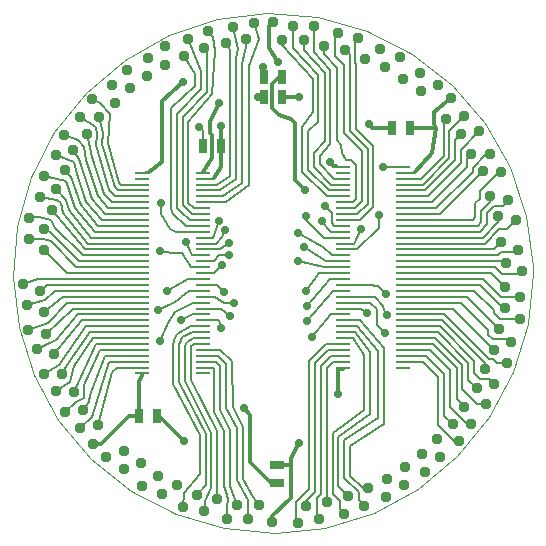
<source format=gtl>
G04 (created by PCBNEW-RS274X (2012-apr-16-27)-stable) date Mon 14 Apr 2014 09:24:50 PM EDT*
G01*
G70*
G90*
%MOIN*%
G04 Gerber Fmt 3.4, Leading zero omitted, Abs format*
%FSLAX34Y34*%
G04 APERTURE LIST*
%ADD10C,0.006000*%
%ADD11C,0.000400*%
%ADD12R,0.025000X0.045000*%
%ADD13C,0.037000*%
%ADD14R,0.045000X0.025000*%
%ADD15R,0.045300X0.009800*%
%ADD16C,0.028000*%
%ADD17C,0.008000*%
%ADD18C,0.011800*%
G04 APERTURE END LIST*
G54D10*
G54D11*
X48032Y-39370D02*
X47867Y-41052D01*
X47378Y-42670D01*
X46584Y-44163D01*
X45516Y-45473D01*
X44213Y-46551D01*
X42726Y-47355D01*
X41111Y-47855D01*
X39430Y-48031D01*
X37747Y-47878D01*
X36126Y-47401D01*
X34628Y-46618D01*
X33310Y-45558D01*
X32223Y-44263D01*
X31409Y-42782D01*
X30898Y-41170D01*
X30709Y-39490D01*
X30851Y-37807D01*
X31317Y-36182D01*
X32090Y-34678D01*
X33140Y-33353D01*
X34427Y-32258D01*
X35903Y-31433D01*
X37510Y-30911D01*
X39189Y-30710D01*
X40874Y-30840D01*
X42502Y-31295D01*
X44011Y-32057D01*
X45343Y-33098D01*
X46448Y-34377D01*
X47283Y-35847D01*
X47816Y-37451D01*
X48028Y-39129D01*
X48032Y-39370D01*
G54D12*
X39060Y-33484D03*
X39660Y-33484D03*
X39060Y-32825D03*
X39660Y-32825D03*
G54D13*
X33386Y-45059D03*
X39350Y-47677D03*
G54D12*
X43942Y-34528D03*
X43342Y-34528D03*
X37643Y-35118D03*
X37043Y-35118D03*
X35517Y-44134D03*
X34917Y-44134D03*
G54D14*
X39508Y-46363D03*
X39508Y-45763D03*
G54D15*
X37028Y-42716D03*
X37028Y-42520D03*
X37028Y-42323D03*
X37028Y-42126D03*
X37028Y-41929D03*
X37028Y-41732D03*
X37028Y-41535D03*
X37028Y-41339D03*
X37028Y-41142D03*
X37028Y-40945D03*
X37028Y-40748D03*
X37028Y-40551D03*
X37028Y-40354D03*
X37028Y-40157D03*
X37028Y-39961D03*
X37028Y-39764D03*
X37028Y-39567D03*
X37028Y-39370D03*
X37028Y-39173D03*
X37028Y-38976D03*
X37028Y-38779D03*
X37028Y-38583D03*
X37028Y-38386D03*
X37028Y-38189D03*
X37028Y-37992D03*
X37028Y-37795D03*
X37028Y-37598D03*
X37028Y-37401D03*
X37028Y-37205D03*
X37028Y-37008D03*
X37028Y-36811D03*
X37028Y-36614D03*
X37028Y-36417D03*
X37028Y-36220D03*
X37028Y-36024D03*
X35020Y-36024D03*
X35020Y-36220D03*
X35020Y-36417D03*
X35020Y-36614D03*
X35020Y-36811D03*
X35020Y-37008D03*
X35020Y-37205D03*
X35020Y-37401D03*
X35020Y-37598D03*
X35020Y-37795D03*
X35020Y-37992D03*
X35020Y-38189D03*
X35020Y-38386D03*
X35020Y-38583D03*
X35020Y-38779D03*
X35020Y-38976D03*
X35020Y-39173D03*
X35020Y-39370D03*
X35020Y-39567D03*
X35020Y-39764D03*
X35020Y-39961D03*
X35020Y-40157D03*
X35020Y-40354D03*
X35020Y-40551D03*
X35020Y-40748D03*
X35020Y-40945D03*
X35020Y-41142D03*
X35020Y-41339D03*
X35020Y-41535D03*
X35020Y-41732D03*
X35020Y-41929D03*
X35020Y-42126D03*
X35020Y-42323D03*
X35020Y-42520D03*
X35020Y-42716D03*
X43721Y-42519D03*
X43721Y-42323D03*
X43721Y-42126D03*
X43721Y-41929D03*
X43721Y-41732D03*
X43721Y-41535D03*
X43721Y-41338D03*
X43721Y-41142D03*
X43721Y-40945D03*
X43721Y-40748D03*
X43721Y-40551D03*
X43721Y-40354D03*
X43721Y-40157D03*
X43721Y-39960D03*
X43721Y-39764D03*
X43721Y-39567D03*
X43721Y-39370D03*
X43721Y-39173D03*
X43721Y-38976D03*
X43721Y-38779D03*
X43721Y-38582D03*
X43721Y-38386D03*
X43721Y-38189D03*
X43721Y-37992D03*
X43721Y-37795D03*
X43721Y-37598D03*
X43721Y-37401D03*
X43721Y-37204D03*
X43721Y-37008D03*
X43721Y-36811D03*
X43721Y-36614D03*
X43721Y-36417D03*
X43721Y-36220D03*
X43721Y-36023D03*
X43721Y-35827D03*
X41713Y-35827D03*
X41713Y-36023D03*
X41713Y-36220D03*
X41713Y-36417D03*
X41713Y-36614D03*
X41713Y-36811D03*
X41713Y-37008D03*
X41713Y-37204D03*
X41713Y-37401D03*
X41713Y-37598D03*
X41713Y-37795D03*
X41713Y-37992D03*
X41713Y-38189D03*
X41713Y-38386D03*
X41713Y-38582D03*
X41713Y-38779D03*
X41713Y-38976D03*
X41713Y-39173D03*
X41713Y-39370D03*
X41713Y-39567D03*
X41713Y-39764D03*
X41713Y-39960D03*
X41713Y-40157D03*
X41713Y-40354D03*
X41713Y-40551D03*
X41713Y-40748D03*
X41713Y-40945D03*
X41713Y-41142D03*
X41713Y-41338D03*
X41713Y-41535D03*
X41713Y-41732D03*
X41713Y-41929D03*
X41713Y-42126D03*
X41713Y-42323D03*
X41713Y-42519D03*
G54D13*
X33346Y-33583D03*
X32952Y-34172D03*
X33558Y-34151D03*
X33164Y-34740D03*
X37835Y-47579D03*
X38544Y-47579D03*
X38189Y-47087D03*
X38898Y-47087D03*
X37520Y-46890D03*
X36825Y-46751D03*
X37076Y-47303D03*
X36381Y-47164D03*
X36181Y-46417D03*
X35526Y-46146D03*
X35666Y-46736D03*
X35011Y-46465D03*
X34980Y-45689D03*
X34391Y-45295D03*
X34412Y-45901D03*
X33823Y-45507D03*
X32441Y-44016D03*
X32942Y-44517D03*
X33039Y-43918D03*
X33541Y-44420D03*
X31732Y-42717D03*
X32125Y-43307D03*
X32338Y-42739D03*
X32731Y-43328D03*
X31220Y-41260D03*
X31491Y-41915D03*
X31810Y-41399D03*
X32081Y-42054D03*
X31043Y-39724D03*
X31181Y-40419D03*
X31594Y-39976D03*
X31732Y-40671D03*
X31240Y-37539D03*
X31240Y-38248D03*
X31732Y-37893D03*
X31732Y-38602D03*
X31732Y-36122D03*
X31593Y-36817D03*
X32145Y-36566D03*
X32006Y-37261D03*
X32402Y-34764D03*
X32131Y-35419D03*
X32721Y-35279D03*
X32450Y-35934D03*
X34094Y-33701D03*
X34595Y-33200D03*
X33996Y-33103D03*
X34498Y-32601D03*
X35177Y-32815D03*
X35767Y-32422D03*
X35199Y-32209D03*
X35788Y-31816D03*
X36417Y-32146D03*
X37072Y-31875D03*
X36556Y-31556D03*
X37211Y-31285D03*
X38740Y-31024D03*
X38045Y-31162D03*
X38488Y-31575D03*
X37793Y-31713D03*
X41083Y-31791D03*
X41778Y-31930D03*
X41527Y-31378D03*
X42222Y-31517D03*
X40217Y-47697D03*
X40912Y-47559D03*
X40469Y-47146D03*
X41164Y-47008D03*
X42539Y-46535D03*
X41884Y-46806D03*
X42400Y-47125D03*
X41745Y-47396D03*
X43760Y-45827D03*
X43170Y-46220D03*
X43738Y-46433D03*
X43149Y-46826D03*
X44843Y-44902D03*
X44342Y-45403D03*
X44941Y-45500D03*
X44439Y-46002D03*
X45571Y-44980D03*
X45965Y-44391D03*
X45359Y-44412D03*
X45753Y-43823D03*
X46476Y-43720D03*
X46747Y-43065D03*
X46157Y-43205D03*
X46428Y-42550D03*
X47165Y-42362D03*
X47304Y-41667D03*
X46752Y-41918D03*
X46891Y-41223D03*
X47598Y-40886D03*
X47598Y-40177D03*
X47106Y-40532D03*
X47106Y-39823D03*
X47677Y-39291D03*
X47539Y-38596D03*
X47126Y-39039D03*
X46988Y-38344D03*
X47480Y-37598D03*
X47209Y-36943D03*
X46890Y-37459D03*
X46619Y-36804D03*
X46988Y-36004D03*
X46595Y-35414D03*
X46382Y-35982D03*
X45989Y-35393D03*
X46240Y-34646D03*
X45739Y-34145D03*
X45642Y-34744D03*
X45140Y-34242D03*
X43720Y-32913D03*
X44309Y-33307D03*
X44288Y-32701D03*
X44877Y-33095D03*
X40748Y-31122D03*
X40039Y-31122D03*
X40394Y-31614D03*
X39685Y-31614D03*
X39370Y-31004D03*
X45295Y-33543D03*
X42441Y-32224D03*
X43096Y-32495D03*
X42956Y-31905D03*
X43611Y-32176D03*
G54D16*
X41102Y-37146D03*
X41004Y-37618D03*
X40472Y-37461D03*
X42323Y-37913D03*
X42894Y-37441D03*
X40217Y-38031D03*
X40423Y-38514D03*
X40207Y-38957D03*
X40472Y-39961D03*
X40492Y-40472D03*
X43140Y-40069D03*
X40512Y-40965D03*
X43169Y-40768D03*
X43110Y-41378D03*
X42500Y-40689D03*
X40689Y-41516D03*
X36388Y-33002D03*
X39045Y-32500D03*
X38888Y-33514D03*
X37559Y-33691D03*
X35630Y-37028D03*
X37559Y-37618D03*
X37776Y-37933D03*
X37923Y-38366D03*
X36457Y-38346D03*
X37894Y-38770D03*
X35591Y-38622D03*
X37677Y-39104D03*
X35827Y-39961D03*
X37756Y-40000D03*
X35531Y-40610D03*
X38061Y-40374D03*
X35610Y-41634D03*
X37933Y-40787D03*
X36319Y-40945D03*
X37648Y-41191D03*
X40453Y-36614D03*
X41260Y-35659D03*
X40246Y-33484D03*
X43051Y-35827D03*
X36417Y-44961D03*
X38406Y-43878D03*
X42559Y-34409D03*
X36909Y-34488D03*
X41535Y-43386D03*
X40226Y-45030D03*
X39547Y-32343D03*
X37638Y-34459D03*
G54D17*
X45448Y-34938D02*
X45642Y-34744D01*
X45448Y-35595D02*
X45448Y-34938D01*
X44429Y-36614D02*
X45448Y-35595D01*
X43721Y-36614D02*
X44429Y-36614D01*
X43721Y-36811D02*
X44527Y-36811D01*
X45630Y-35256D02*
X46240Y-34646D01*
X45630Y-35708D02*
X45630Y-35256D01*
X44527Y-36811D02*
X45630Y-35708D01*
X43721Y-37008D02*
X44665Y-37008D01*
X45827Y-35555D02*
X45989Y-35393D01*
X45827Y-35846D02*
X45827Y-35555D01*
X44665Y-37008D02*
X45827Y-35846D01*
X43721Y-37204D02*
X44823Y-37204D01*
X46476Y-35414D02*
X46595Y-35414D01*
X46024Y-35866D02*
X46476Y-35414D01*
X46024Y-36003D02*
X46024Y-35866D01*
X44823Y-37204D02*
X46024Y-36003D01*
X43721Y-37401D02*
X44941Y-37401D01*
X46382Y-35960D02*
X46382Y-35982D01*
X44941Y-37401D02*
X46382Y-35960D01*
X43721Y-37598D02*
X46024Y-37598D01*
X46280Y-36890D02*
X46280Y-36634D01*
X46910Y-36004D02*
X46988Y-36004D01*
X46122Y-37500D02*
X46122Y-37048D01*
X46122Y-37048D02*
X46280Y-36890D01*
X46280Y-36634D02*
X46910Y-36004D01*
X46024Y-37598D02*
X46122Y-37500D01*
X46319Y-37284D02*
X46619Y-36984D01*
X46196Y-37795D02*
X46319Y-37672D01*
X46319Y-37672D02*
X46319Y-37284D01*
X46619Y-36984D02*
X46619Y-36804D01*
X43721Y-37795D02*
X46196Y-37795D01*
X46260Y-37992D02*
X46516Y-37736D01*
X43721Y-37992D02*
X46260Y-37992D01*
X46516Y-37362D02*
X46752Y-37126D01*
X46752Y-37126D02*
X47026Y-37126D01*
X46516Y-37736D02*
X46516Y-37362D01*
X47026Y-37126D02*
X47209Y-36943D01*
X46358Y-38189D02*
X46890Y-37657D01*
X46890Y-37657D02*
X46890Y-37459D01*
X43721Y-38189D02*
X46358Y-38189D01*
X46436Y-38386D02*
X46909Y-37913D01*
X46909Y-37913D02*
X47165Y-37913D01*
X47165Y-37913D02*
X47480Y-37598D01*
X43721Y-38386D02*
X46436Y-38386D01*
X43721Y-38582D02*
X46750Y-38582D01*
X46750Y-38582D02*
X46988Y-38344D01*
X46871Y-38779D02*
X46969Y-38681D01*
X46969Y-38681D02*
X47454Y-38681D01*
X47454Y-38681D02*
X47539Y-38596D01*
X43721Y-38779D02*
X46871Y-38779D01*
X43721Y-38976D02*
X47063Y-38976D01*
X47063Y-38976D02*
X47126Y-39039D01*
X43721Y-39173D02*
X46772Y-39173D01*
X46772Y-39173D02*
X47008Y-39409D01*
X47008Y-39409D02*
X47559Y-39409D01*
X47559Y-39409D02*
X47677Y-39291D01*
X43721Y-39370D02*
X46653Y-39370D01*
X46653Y-39370D02*
X47106Y-39823D01*
X43721Y-39567D02*
X46359Y-39567D01*
X46969Y-40177D02*
X47598Y-40177D01*
X46359Y-39567D02*
X46969Y-40177D01*
X47047Y-40532D02*
X47106Y-40532D01*
X43721Y-39764D02*
X46279Y-39764D01*
X46279Y-39764D02*
X47047Y-40532D01*
X43721Y-39960D02*
X46082Y-39960D01*
X46082Y-39960D02*
X46732Y-40610D01*
X46732Y-40610D02*
X46732Y-40689D01*
X46929Y-40886D02*
X47598Y-40886D01*
X46732Y-40689D02*
X46929Y-40886D01*
X45825Y-40157D02*
X46891Y-41223D01*
X43721Y-40157D02*
X45825Y-40157D01*
X45629Y-40354D02*
X46555Y-41280D01*
X47192Y-41555D02*
X47304Y-41667D01*
X46693Y-41555D02*
X47192Y-41555D01*
X46555Y-41280D02*
X46555Y-41417D01*
X46555Y-41417D02*
X46693Y-41555D01*
X43721Y-40354D02*
X45629Y-40354D01*
X43721Y-40551D02*
X45385Y-40551D01*
X45385Y-40551D02*
X46752Y-41918D01*
X46575Y-42244D02*
X46712Y-42244D01*
X45079Y-40748D02*
X46575Y-42244D01*
X46712Y-42244D02*
X46830Y-42362D01*
X46830Y-42362D02*
X47165Y-42362D01*
X43721Y-40748D02*
X45079Y-40748D01*
X46428Y-42373D02*
X46428Y-42550D01*
X43721Y-40945D02*
X45000Y-40945D01*
X45000Y-40945D02*
X46428Y-42373D01*
X44941Y-41142D02*
X46083Y-42284D01*
X43721Y-41142D02*
X44941Y-41142D01*
X46280Y-42894D02*
X46576Y-42894D01*
X46083Y-42697D02*
X46280Y-42894D01*
X46083Y-42284D02*
X46083Y-42697D01*
X46576Y-42894D02*
X46747Y-43065D01*
X45886Y-42362D02*
X45886Y-42934D01*
X45886Y-42934D02*
X46157Y-43205D01*
X43721Y-41338D02*
X44862Y-41338D01*
X44862Y-41338D02*
X45886Y-42362D01*
X45689Y-42441D02*
X45689Y-43248D01*
X45689Y-43248D02*
X46161Y-43720D01*
X46161Y-43720D02*
X46476Y-43720D01*
X44783Y-41535D02*
X45689Y-42441D01*
X43721Y-41535D02*
X44783Y-41535D01*
X43721Y-41732D02*
X44704Y-41732D01*
X45492Y-43562D02*
X45753Y-43823D01*
X44704Y-41732D02*
X45492Y-42520D01*
X45492Y-42520D02*
X45492Y-43562D01*
X44606Y-41929D02*
X45276Y-42599D01*
X45828Y-44391D02*
X45965Y-44391D01*
X43721Y-41929D02*
X44606Y-41929D01*
X45276Y-42599D02*
X45276Y-43839D01*
X45276Y-43839D02*
X45828Y-44391D01*
X44488Y-42126D02*
X45079Y-42717D01*
X43721Y-42126D02*
X44488Y-42126D01*
X45079Y-44132D02*
X45359Y-44412D01*
X45079Y-42717D02*
X45079Y-44132D01*
X44882Y-42835D02*
X44882Y-44449D01*
X43721Y-42323D02*
X44370Y-42323D01*
X45413Y-44980D02*
X45571Y-44980D01*
X44882Y-44449D02*
X45413Y-44980D01*
X44370Y-42323D02*
X44882Y-42835D01*
X41289Y-32605D02*
X40748Y-32008D01*
X40748Y-32008D02*
X40748Y-31122D01*
X41713Y-36220D02*
X41398Y-36220D01*
X40925Y-35748D02*
X40944Y-35450D01*
X40944Y-35450D02*
X41289Y-35054D01*
X41289Y-35054D02*
X41289Y-32605D01*
X41398Y-36220D02*
X40925Y-35748D01*
X41092Y-34961D02*
X41092Y-32693D01*
X41713Y-36417D02*
X41319Y-36417D01*
X40728Y-35365D02*
X41092Y-34961D01*
X40728Y-35846D02*
X40728Y-35365D01*
X41092Y-32693D02*
X40394Y-31929D01*
X41319Y-36417D02*
X40728Y-35846D01*
X40394Y-31929D02*
X40394Y-31614D01*
X40039Y-31850D02*
X40039Y-31122D01*
X40531Y-35926D02*
X40531Y-34646D01*
X41713Y-36614D02*
X41240Y-36614D01*
X40886Y-34326D02*
X40886Y-32770D01*
X41240Y-36614D02*
X40531Y-35926D01*
X40886Y-32770D02*
X40039Y-31850D01*
X40531Y-34646D02*
X40886Y-34326D01*
X40698Y-34010D02*
X40698Y-32892D01*
X41162Y-36811D02*
X40335Y-36004D01*
X41713Y-36811D02*
X41162Y-36811D01*
X40335Y-36004D02*
X40335Y-34488D01*
X40335Y-34488D02*
X40698Y-34010D01*
X39685Y-31772D02*
X39685Y-31614D01*
X40698Y-32892D02*
X39685Y-31772D01*
X41506Y-32529D02*
X41083Y-32067D01*
X41713Y-37008D02*
X42027Y-37008D01*
X41506Y-34931D02*
X41506Y-32529D01*
X41673Y-35354D02*
X41648Y-35103D01*
X41648Y-35103D02*
X41506Y-34931D01*
X42027Y-37008D02*
X42146Y-36889D01*
X41083Y-32067D02*
X41083Y-31791D01*
X42146Y-36889D02*
X42146Y-35768D01*
X41988Y-35610D02*
X41791Y-35610D01*
X42146Y-35768D02*
X41988Y-35610D01*
X41791Y-35610D02*
X41673Y-35354D01*
X42107Y-37204D02*
X42343Y-36968D01*
X41437Y-31468D02*
X41527Y-31378D01*
X41437Y-32146D02*
X41437Y-31468D01*
X41713Y-37204D02*
X42107Y-37204D01*
X42343Y-35315D02*
X41732Y-34704D01*
X41732Y-34704D02*
X41732Y-32441D01*
X42343Y-36968D02*
X42343Y-35315D01*
X41732Y-32441D02*
X41437Y-32146D01*
X42525Y-37062D02*
X42525Y-35237D01*
X42186Y-37401D02*
X42525Y-37062D01*
X41929Y-32081D02*
X41778Y-31930D01*
X41929Y-34641D02*
X41929Y-32081D01*
X41713Y-37401D02*
X42186Y-37401D01*
X42525Y-35237D02*
X41929Y-34641D01*
X42111Y-31628D02*
X42222Y-31517D01*
X42126Y-32382D02*
X42111Y-32367D01*
X42126Y-34567D02*
X42126Y-32382D01*
X42707Y-35148D02*
X42126Y-34567D01*
X42264Y-37598D02*
X42707Y-37155D01*
X42707Y-37155D02*
X42707Y-35148D01*
X41713Y-37598D02*
X42264Y-37598D01*
X42111Y-32367D02*
X42111Y-31628D01*
X41339Y-37383D02*
X41102Y-37146D01*
X41713Y-37795D02*
X41418Y-37795D01*
X41339Y-37716D02*
X41339Y-37383D01*
X41418Y-37795D02*
X41339Y-37716D01*
X41004Y-37677D02*
X41004Y-37618D01*
X41319Y-37992D02*
X41004Y-37677D01*
X41713Y-37992D02*
X41319Y-37992D01*
X40472Y-37598D02*
X40472Y-37461D01*
X41063Y-38189D02*
X41713Y-38189D01*
X41063Y-38189D02*
X40472Y-37598D01*
X42067Y-38386D02*
X42323Y-37913D01*
X41713Y-38386D02*
X42067Y-38386D01*
X42185Y-38582D02*
X42894Y-37873D01*
X42894Y-37873D02*
X42894Y-37441D01*
X41713Y-38582D02*
X42185Y-38582D01*
X41713Y-38779D02*
X41338Y-38779D01*
X41043Y-38484D02*
X40217Y-38031D01*
X41338Y-38779D02*
X41043Y-38484D01*
X41555Y-38976D02*
X41142Y-38976D01*
X41575Y-38976D02*
X41555Y-38976D01*
X41713Y-38976D02*
X41575Y-38976D01*
X41142Y-38976D02*
X40423Y-38514D01*
X41073Y-39173D02*
X40207Y-38957D01*
X41713Y-39173D02*
X41073Y-39173D01*
X40905Y-39370D02*
X40472Y-39961D01*
X41713Y-39370D02*
X40905Y-39370D01*
X41280Y-39567D02*
X40492Y-40472D01*
X41713Y-39567D02*
X41280Y-39567D01*
X42579Y-39764D02*
X42875Y-39795D01*
X41713Y-39764D02*
X42579Y-39764D01*
X42875Y-39795D02*
X43140Y-40069D01*
X41713Y-39960D02*
X41378Y-39961D01*
X41378Y-39961D02*
X40512Y-40965D01*
X43110Y-40708D02*
X43169Y-40768D01*
X42776Y-40157D02*
X43047Y-40473D01*
X43047Y-40473D02*
X43110Y-40708D01*
X41713Y-40157D02*
X42776Y-40157D01*
X42835Y-41103D02*
X43110Y-41378D01*
X41713Y-40354D02*
X42618Y-40354D01*
X42618Y-40354D02*
X42835Y-40571D01*
X42835Y-40571D02*
X42835Y-41103D01*
X42303Y-40551D02*
X42500Y-40689D01*
X41713Y-40551D02*
X42303Y-40551D01*
X41713Y-40748D02*
X41319Y-40748D01*
X41319Y-40748D02*
X40689Y-41516D01*
X41319Y-40748D02*
X41319Y-40748D01*
X41949Y-45138D02*
X41949Y-46122D01*
X43071Y-44415D02*
X41949Y-45138D01*
X42362Y-46535D02*
X42539Y-46535D01*
X42266Y-40945D02*
X43071Y-41858D01*
X41713Y-40945D02*
X42266Y-40945D01*
X41949Y-46122D02*
X42362Y-46535D01*
X43071Y-41858D02*
X43071Y-44415D01*
X42874Y-44213D02*
X41752Y-44942D01*
X42874Y-41953D02*
X42874Y-44213D01*
X42185Y-41142D02*
X42874Y-41953D01*
X41713Y-41142D02*
X42185Y-41142D01*
X42224Y-46949D02*
X42400Y-47125D01*
X42224Y-46673D02*
X42224Y-46949D01*
X41752Y-44942D02*
X41752Y-46201D01*
X41752Y-46201D02*
X42224Y-46673D01*
X42618Y-44055D02*
X41555Y-44823D01*
X42105Y-41338D02*
X42618Y-42014D01*
X42618Y-42014D02*
X42618Y-44055D01*
X41555Y-46477D02*
X41884Y-46806D01*
X41555Y-44823D02*
X41555Y-46477D01*
X41713Y-41338D02*
X42105Y-41338D01*
X41358Y-44705D02*
X41358Y-46732D01*
X42027Y-41535D02*
X42402Y-42106D01*
X41713Y-41535D02*
X42027Y-41535D01*
X41594Y-46968D02*
X41594Y-47245D01*
X42402Y-42736D02*
X42402Y-43937D01*
X41358Y-46732D02*
X41594Y-46968D01*
X41890Y-44331D02*
X41358Y-44705D01*
X41594Y-47245D02*
X41745Y-47396D01*
X42402Y-42106D02*
X42402Y-42736D01*
X42402Y-43937D02*
X41890Y-44331D01*
X40138Y-47618D02*
X40217Y-47697D01*
X40571Y-42303D02*
X40571Y-46575D01*
X40138Y-47008D02*
X40138Y-47618D01*
X41142Y-41732D02*
X40571Y-42303D01*
X40571Y-46575D02*
X40138Y-47008D01*
X41713Y-41732D02*
X41142Y-41732D01*
X40768Y-42382D02*
X40768Y-46653D01*
X40469Y-46952D02*
X40469Y-47146D01*
X41221Y-41929D02*
X40768Y-42382D01*
X40768Y-46653D02*
X40469Y-46952D01*
X41713Y-41929D02*
X41221Y-41929D01*
X41713Y-42126D02*
X41299Y-42126D01*
X40827Y-47474D02*
X40912Y-47559D01*
X40965Y-46732D02*
X40827Y-46870D01*
X41299Y-42126D02*
X40965Y-42460D01*
X40965Y-42460D02*
X40965Y-46732D01*
X40827Y-46870D02*
X40827Y-47474D01*
X41164Y-42536D02*
X41164Y-47008D01*
X41338Y-42362D02*
X41164Y-42536D01*
X41339Y-42362D02*
X41338Y-42362D01*
X41713Y-42323D02*
X41378Y-42323D01*
X41378Y-42323D02*
X41339Y-42362D01*
X45059Y-34323D02*
X45140Y-34242D01*
X45059Y-35452D02*
X45059Y-34323D01*
X43721Y-36220D02*
X44291Y-36220D01*
X44291Y-36220D02*
X45059Y-35452D01*
X45256Y-34628D02*
X45739Y-34145D01*
X44370Y-36417D02*
X45256Y-35531D01*
X45256Y-35531D02*
X45256Y-34628D01*
X43721Y-36417D02*
X44370Y-36417D01*
G54D18*
X35256Y-36004D02*
X35689Y-35650D01*
X39060Y-32825D02*
X39055Y-32628D01*
X35689Y-35650D02*
X35689Y-33622D01*
X35689Y-33622D02*
X36388Y-33002D01*
G54D17*
X35256Y-36004D02*
X35020Y-36024D01*
G54D18*
X39055Y-32628D02*
X39045Y-32500D01*
X37343Y-34764D02*
X37264Y-34685D01*
X37264Y-34685D02*
X37264Y-34331D01*
X37264Y-34331D02*
X37559Y-33691D01*
X39045Y-33524D02*
X38888Y-33514D01*
X37343Y-35531D02*
X37343Y-34764D01*
G54D17*
X37028Y-36024D02*
X37028Y-36004D01*
G54D18*
X37028Y-36004D02*
X37343Y-35531D01*
X39060Y-33484D02*
X39045Y-33524D01*
G54D17*
X35020Y-36417D02*
X34311Y-36417D01*
X33878Y-35039D02*
X33937Y-34075D01*
X33937Y-34075D02*
X33602Y-33701D01*
X33602Y-33701D02*
X33346Y-33583D01*
X34311Y-36417D02*
X34252Y-36358D01*
X34252Y-36358D02*
X33878Y-35039D01*
X32559Y-37283D02*
X32480Y-36949D01*
X33307Y-38187D02*
X32559Y-37283D01*
X34508Y-38189D02*
X33307Y-38187D01*
X32480Y-36949D02*
X32145Y-36566D01*
X35020Y-38189D02*
X34508Y-38189D01*
X32165Y-36949D02*
X31593Y-36817D01*
X32362Y-37362D02*
X32303Y-37047D01*
X32303Y-37047D02*
X32165Y-36949D01*
X35020Y-38386D02*
X33209Y-38386D01*
X33209Y-38386D02*
X32362Y-37362D01*
X35020Y-38583D02*
X33110Y-38583D01*
X33110Y-38583D02*
X32006Y-37261D01*
X33031Y-38780D02*
X32106Y-37874D01*
X32106Y-37874D02*
X31969Y-37598D01*
X35020Y-38779D02*
X33031Y-38780D01*
X31969Y-37598D02*
X31575Y-37500D01*
X31575Y-37500D02*
X31240Y-37539D01*
X35020Y-38976D02*
X32894Y-38976D01*
X32894Y-38976D02*
X31949Y-37992D01*
X31949Y-37992D02*
X31732Y-37893D01*
X31713Y-38248D02*
X31240Y-38248D01*
X32795Y-39173D02*
X31969Y-38287D01*
X31969Y-38287D02*
X31713Y-38248D01*
X35020Y-39173D02*
X32795Y-39173D01*
X35020Y-39370D02*
X32520Y-39370D01*
X32520Y-39370D02*
X31732Y-38602D01*
X35020Y-39567D02*
X31535Y-39567D01*
X31535Y-39567D02*
X31043Y-39724D01*
X31850Y-39764D02*
X31594Y-39976D01*
X35020Y-39764D02*
X31850Y-39764D01*
X35020Y-39961D02*
X32106Y-39961D01*
X32106Y-39961D02*
X31772Y-40276D01*
X31772Y-40276D02*
X31181Y-40419D01*
X35020Y-36614D02*
X34213Y-36614D01*
X33681Y-35059D02*
X33701Y-34685D01*
X34213Y-36614D02*
X34094Y-36496D01*
X33701Y-34685D02*
X33558Y-34151D01*
X34094Y-36496D02*
X33681Y-35059D01*
X35020Y-40157D02*
X32362Y-40157D01*
X32362Y-40157D02*
X31732Y-40671D01*
X35020Y-40354D02*
X32500Y-40354D01*
X31870Y-41024D02*
X31220Y-41260D01*
X32500Y-40354D02*
X31870Y-41024D01*
X35020Y-40551D02*
X32717Y-40551D01*
X32717Y-40551D02*
X31810Y-41399D01*
X32874Y-40748D02*
X32126Y-41614D01*
X32126Y-41614D02*
X31491Y-41915D01*
X35020Y-40748D02*
X32874Y-40748D01*
X33012Y-40945D02*
X32081Y-42054D01*
X35020Y-40945D02*
X33012Y-40945D01*
X35020Y-41142D02*
X33150Y-41142D01*
X32224Y-42421D02*
X31732Y-42717D01*
X33150Y-41142D02*
X32224Y-42421D01*
X32520Y-42421D02*
X32338Y-42739D01*
X35020Y-41339D02*
X33268Y-41339D01*
X33268Y-41339D02*
X32520Y-42421D01*
X33386Y-41535D02*
X32756Y-42461D01*
X35020Y-41535D02*
X33386Y-41535D01*
X32756Y-42461D02*
X32618Y-42992D01*
X32618Y-42992D02*
X32125Y-43307D01*
X33484Y-41732D02*
X32731Y-43328D01*
X35020Y-41732D02*
X33484Y-41732D01*
X35020Y-41929D02*
X33622Y-41929D01*
X33622Y-41929D02*
X33084Y-43109D01*
X33071Y-43543D02*
X32795Y-43661D01*
X32795Y-43661D02*
X32441Y-44016D01*
X33084Y-43109D02*
X33071Y-43543D01*
X34094Y-36811D02*
X33917Y-36614D01*
X35020Y-36811D02*
X34094Y-36811D01*
X33504Y-34783D02*
X33465Y-34508D01*
X33465Y-34508D02*
X32952Y-34172D01*
X33465Y-35098D02*
X33504Y-34783D01*
X33917Y-36614D02*
X33465Y-35098D01*
X33287Y-43445D02*
X33228Y-43681D01*
X35020Y-42126D02*
X33760Y-42126D01*
X33228Y-43681D02*
X33039Y-43918D01*
X33760Y-42126D02*
X33287Y-43445D01*
X33327Y-44154D02*
X32942Y-44517D01*
X35020Y-42323D02*
X33898Y-42323D01*
X33898Y-42323D02*
X33327Y-44154D01*
X34173Y-42520D02*
X33996Y-42657D01*
X35020Y-42520D02*
X34173Y-42520D01*
X33996Y-42657D02*
X33541Y-44420D01*
X37953Y-36129D02*
X37953Y-31938D01*
X37520Y-36417D02*
X37953Y-36129D01*
X37028Y-36417D02*
X37520Y-36417D01*
X37953Y-31938D02*
X37793Y-31713D01*
X38150Y-32213D02*
X38209Y-31890D01*
X37559Y-36614D02*
X37598Y-36614D01*
X38209Y-31890D02*
X38045Y-31162D01*
X38150Y-36246D02*
X38150Y-32213D01*
X37598Y-36614D02*
X38150Y-36246D01*
X37028Y-36614D02*
X37559Y-36614D01*
X37028Y-36811D02*
X37697Y-36811D01*
X38484Y-31831D02*
X38488Y-31575D01*
X38346Y-36359D02*
X38346Y-32402D01*
X38346Y-32402D02*
X38484Y-31831D01*
X37697Y-36811D02*
X38346Y-36359D01*
X38898Y-31575D02*
X38740Y-31024D01*
X38583Y-32460D02*
X38898Y-31575D01*
X38564Y-36437D02*
X38583Y-32460D01*
X37795Y-37008D02*
X38564Y-36437D01*
X37028Y-37008D02*
X37795Y-37008D01*
X36732Y-37205D02*
X36555Y-37026D01*
X37352Y-33415D02*
X37430Y-31966D01*
X36555Y-34322D02*
X37352Y-33415D01*
X37430Y-31966D02*
X37362Y-31516D01*
X37028Y-37205D02*
X36732Y-37205D01*
X37362Y-31516D02*
X37211Y-31285D01*
X36555Y-37026D02*
X36555Y-34322D01*
X36713Y-37402D02*
X36673Y-37402D01*
X36496Y-37244D02*
X36359Y-37107D01*
X36673Y-37402D02*
X36496Y-37244D01*
X36359Y-34155D02*
X37165Y-33327D01*
X37165Y-33327D02*
X37165Y-31957D01*
X37028Y-37401D02*
X36713Y-37402D01*
X36359Y-37107D02*
X36359Y-34155D01*
X37165Y-31957D02*
X37072Y-31875D01*
X33740Y-36732D02*
X33346Y-35512D01*
X33346Y-35512D02*
X33164Y-34740D01*
X33996Y-37008D02*
X33740Y-36732D01*
X35020Y-37008D02*
X33996Y-37008D01*
X36280Y-37303D02*
X36161Y-37184D01*
X36969Y-33247D02*
X36969Y-32640D01*
X36161Y-34055D02*
X36969Y-33247D01*
X36969Y-32640D02*
X36556Y-31556D01*
X36614Y-37598D02*
X36299Y-37323D01*
X36161Y-37184D02*
X36161Y-34055D01*
X36299Y-37323D02*
X36280Y-37303D01*
X37028Y-37598D02*
X36614Y-37598D01*
X36476Y-37795D02*
X36043Y-37402D01*
X37028Y-37795D02*
X36476Y-37795D01*
X36772Y-33149D02*
X36772Y-32749D01*
X36772Y-32749D02*
X36417Y-32146D01*
X35965Y-37224D02*
X35965Y-33878D01*
X35965Y-33878D02*
X36772Y-33149D01*
X36043Y-37402D02*
X35965Y-37224D01*
X36142Y-37992D02*
X35945Y-37894D01*
X37028Y-37992D02*
X36673Y-37992D01*
X35945Y-37894D02*
X35630Y-37402D01*
X35630Y-37402D02*
X35630Y-37028D01*
X36673Y-37992D02*
X36142Y-37992D01*
X37363Y-38189D02*
X37028Y-38189D01*
X37363Y-38189D02*
X37559Y-37618D01*
X37460Y-38386D02*
X37677Y-38169D01*
X37677Y-38169D02*
X37776Y-37933D01*
X37028Y-38386D02*
X37460Y-38386D01*
X37362Y-38583D02*
X37362Y-38583D01*
X37362Y-38583D02*
X37618Y-38583D01*
X37028Y-38583D02*
X37362Y-38583D01*
X37618Y-38583D02*
X37923Y-38366D01*
X37028Y-38779D02*
X36791Y-38780D01*
X36673Y-38780D02*
X36457Y-38346D01*
X36791Y-38780D02*
X36673Y-38780D01*
X37580Y-38783D02*
X37894Y-38770D01*
X37028Y-38976D02*
X37411Y-38969D01*
X37411Y-38969D02*
X37580Y-38783D01*
X36654Y-39173D02*
X36356Y-38701D01*
X36356Y-38701D02*
X36002Y-38699D01*
X37028Y-39173D02*
X36654Y-39173D01*
X36002Y-38699D02*
X35591Y-38622D01*
X37028Y-39370D02*
X37421Y-39370D01*
X37421Y-39370D02*
X37677Y-39104D01*
X32874Y-34941D02*
X32402Y-34764D01*
X33878Y-37205D02*
X33543Y-36811D01*
X35020Y-37205D02*
X33878Y-37205D01*
X33543Y-36811D02*
X33130Y-35591D01*
X33130Y-35591D02*
X33071Y-35157D01*
X33071Y-35157D02*
X32874Y-34941D01*
X36555Y-39577D02*
X35827Y-39961D01*
X37028Y-39567D02*
X36555Y-39577D01*
X37343Y-39772D02*
X37509Y-39772D01*
X37509Y-39772D02*
X37756Y-40000D01*
X37028Y-39764D02*
X37343Y-39772D01*
X36201Y-40256D02*
X36043Y-40374D01*
X36043Y-40374D02*
X35531Y-40610D01*
X36299Y-40177D02*
X36201Y-40256D01*
X37028Y-39961D02*
X36575Y-39961D01*
X36575Y-39961D02*
X36299Y-40177D01*
X37431Y-40157D02*
X37746Y-40374D01*
X37746Y-40374D02*
X38061Y-40374D01*
X37431Y-40157D02*
X37028Y-40157D01*
X35886Y-41043D02*
X35610Y-41634D01*
X36102Y-40669D02*
X35886Y-41043D01*
X36693Y-40354D02*
X36102Y-40669D01*
X37028Y-40354D02*
X36693Y-40354D01*
X37411Y-40551D02*
X37028Y-40551D01*
X37648Y-40551D02*
X37411Y-40551D01*
X37933Y-40787D02*
X37648Y-40551D01*
X36693Y-40748D02*
X36319Y-40945D01*
X37028Y-40748D02*
X36693Y-40748D01*
X37648Y-41191D02*
X37559Y-40945D01*
X37559Y-40945D02*
X37028Y-40945D01*
X36654Y-41142D02*
X36161Y-41398D01*
X36083Y-41614D02*
X36063Y-41673D01*
X37028Y-41142D02*
X36654Y-41142D01*
X36063Y-41673D02*
X36043Y-41732D01*
X36929Y-44783D02*
X36929Y-46083D01*
X36043Y-41732D02*
X36043Y-43051D01*
X36161Y-41398D02*
X36083Y-41614D01*
X36929Y-46083D02*
X36417Y-46693D01*
X36043Y-43051D02*
X36929Y-44783D01*
X36417Y-46693D02*
X36381Y-47164D01*
X36240Y-43012D02*
X37126Y-44744D01*
X36260Y-41693D02*
X36240Y-41732D01*
X37028Y-41339D02*
X36693Y-41339D01*
X37126Y-46437D02*
X36825Y-46751D01*
X36240Y-41732D02*
X36240Y-43012D01*
X36339Y-41516D02*
X36260Y-41693D01*
X37126Y-44744D02*
X37126Y-46437D01*
X36693Y-41339D02*
X36339Y-41516D01*
X33346Y-36909D02*
X32913Y-35571D01*
X35020Y-37401D02*
X33780Y-37402D01*
X32913Y-35571D02*
X32721Y-35279D01*
X33780Y-37402D02*
X33346Y-36909D01*
X36437Y-41791D02*
X36437Y-42972D01*
X37106Y-46969D02*
X37076Y-47303D01*
X36732Y-41535D02*
X36496Y-41654D01*
X36437Y-42972D02*
X37323Y-44705D01*
X36496Y-41654D02*
X36437Y-41791D01*
X37323Y-46535D02*
X37106Y-46969D01*
X37323Y-44705D02*
X37323Y-46535D01*
X37028Y-41535D02*
X36732Y-41535D01*
X36634Y-42933D02*
X37520Y-44646D01*
X36634Y-41811D02*
X36634Y-42933D01*
X37520Y-44646D02*
X37520Y-46890D01*
X36673Y-41772D02*
X36634Y-41811D01*
X36772Y-41732D02*
X36673Y-41772D01*
X37028Y-41732D02*
X36772Y-41732D01*
X38386Y-46240D02*
X38720Y-46831D01*
X38386Y-44508D02*
X38386Y-46240D01*
X38031Y-43839D02*
X38386Y-44508D01*
X38720Y-46831D02*
X38898Y-47087D01*
X37992Y-42303D02*
X38012Y-42323D01*
X38012Y-42323D02*
X38031Y-43839D01*
X37618Y-41929D02*
X37992Y-42303D01*
X37028Y-41929D02*
X37618Y-41929D01*
X37815Y-43878D02*
X38169Y-44547D01*
X37028Y-42126D02*
X37480Y-42126D01*
X38169Y-46280D02*
X38543Y-46929D01*
X37815Y-42402D02*
X37815Y-43878D01*
X37480Y-42126D02*
X37539Y-42126D01*
X37539Y-42126D02*
X37815Y-42402D01*
X38543Y-46929D02*
X38544Y-47579D01*
X38169Y-44547D02*
X38169Y-46280D01*
X37461Y-42323D02*
X37598Y-42461D01*
X37953Y-44587D02*
X37953Y-46457D01*
X37402Y-42323D02*
X37461Y-42323D01*
X37618Y-43937D02*
X37953Y-44587D01*
X37598Y-42461D02*
X37618Y-42480D01*
X37028Y-42323D02*
X37402Y-42323D01*
X37618Y-42480D02*
X37618Y-43937D01*
X37953Y-46457D02*
X38189Y-47087D01*
X37756Y-44646D02*
X37756Y-46476D01*
X37835Y-46772D02*
X37874Y-46929D01*
X37421Y-42579D02*
X37421Y-43996D01*
X37756Y-46476D02*
X37835Y-46772D01*
X37028Y-42520D02*
X37362Y-42520D01*
X37874Y-46929D02*
X37835Y-47146D01*
X37421Y-43996D02*
X37756Y-44646D01*
X37362Y-42520D02*
X37421Y-42579D01*
X37835Y-47146D02*
X37835Y-47579D01*
X32854Y-36083D02*
X32736Y-35650D01*
X33661Y-37598D02*
X33150Y-36988D01*
X33150Y-36988D02*
X32854Y-36083D01*
X32736Y-35650D02*
X32131Y-35419D01*
X35020Y-37598D02*
X33661Y-37598D01*
X32972Y-37106D02*
X32638Y-36181D01*
X35020Y-37795D02*
X33543Y-37795D01*
X32638Y-36181D02*
X32450Y-35934D01*
X33543Y-37795D02*
X32972Y-37106D01*
X35020Y-37992D02*
X33445Y-37997D01*
X32461Y-36299D02*
X31732Y-36122D01*
X32776Y-37205D02*
X32461Y-36299D01*
X33445Y-37997D02*
X32776Y-37205D01*
G54D18*
X39990Y-34244D02*
X40098Y-34352D01*
X39350Y-33869D02*
X39577Y-34096D01*
X39577Y-34096D02*
X39990Y-34244D01*
X39350Y-33061D02*
X39350Y-33869D01*
G54D17*
X41555Y-35827D02*
X41476Y-35807D01*
G54D18*
X40098Y-34617D02*
X40098Y-36259D01*
X39660Y-32825D02*
X39586Y-32825D01*
X40098Y-36259D02*
X40453Y-36614D01*
G54D17*
X41555Y-35827D02*
X41713Y-35827D01*
G54D18*
X41476Y-35807D02*
X41378Y-35797D01*
X40098Y-34352D02*
X40098Y-34617D01*
X41378Y-35797D02*
X41260Y-35659D01*
X39586Y-32825D02*
X39350Y-33061D01*
X40246Y-33484D02*
X39660Y-33484D01*
G54D17*
X43721Y-35827D02*
X43051Y-35827D01*
G54D18*
X39660Y-33484D02*
X39660Y-33484D01*
X42678Y-34528D02*
X43342Y-34528D01*
G54D17*
X39508Y-46363D02*
X39305Y-46363D01*
G54D18*
X38612Y-44084D02*
X38406Y-43878D01*
X38612Y-45670D02*
X38612Y-44084D01*
X39305Y-46363D02*
X38612Y-45670D01*
X42559Y-34409D02*
X42678Y-34528D01*
X35590Y-44134D02*
X36417Y-44961D01*
G54D17*
X35517Y-44134D02*
X35590Y-44134D01*
X36983Y-34542D02*
X36909Y-34488D01*
X37043Y-34602D02*
X36909Y-34488D01*
X37043Y-35118D02*
X37043Y-34602D01*
G54D18*
X39980Y-46850D02*
X39350Y-47480D01*
X39350Y-47480D02*
X39350Y-47677D01*
X41555Y-42579D02*
X41535Y-43386D01*
X39980Y-45758D02*
X39980Y-45522D01*
X39980Y-46850D02*
X39980Y-45758D01*
X39508Y-45763D02*
X39980Y-45763D01*
G54D17*
X41713Y-42519D02*
X41713Y-42578D01*
G54D18*
X41713Y-42578D02*
X41555Y-42579D01*
G54D17*
X39980Y-45763D02*
X39980Y-45758D01*
G54D18*
X39980Y-45522D02*
X40226Y-45030D01*
X44685Y-35354D02*
X44803Y-34528D01*
G54D17*
X44803Y-34528D02*
X44803Y-34528D01*
G54D18*
X44114Y-36004D02*
X44685Y-35354D01*
X44803Y-34528D02*
X44744Y-34390D01*
X44744Y-34015D02*
X45295Y-33543D01*
G54D17*
X44035Y-36023D02*
X44114Y-36004D01*
G54D18*
X43942Y-34528D02*
X44803Y-34528D01*
G54D17*
X43721Y-36023D02*
X44035Y-36023D01*
G54D18*
X44744Y-34390D02*
X44744Y-34015D01*
G54D17*
X45295Y-33543D02*
X45295Y-33544D01*
X37402Y-36220D02*
X37402Y-36220D01*
X37382Y-36220D02*
X37402Y-36220D01*
X37028Y-36220D02*
X37382Y-36220D01*
X37638Y-34459D02*
X37638Y-34459D01*
G54D18*
X37402Y-36201D02*
X37638Y-35846D01*
X37638Y-35846D02*
X37638Y-35123D01*
G54D17*
X37638Y-35123D02*
X37643Y-35118D01*
X37402Y-36220D02*
X37402Y-36201D01*
X37643Y-34514D02*
X37638Y-34459D01*
G54D18*
X37643Y-35118D02*
X37643Y-34514D01*
X39232Y-31732D02*
X39232Y-31142D01*
X39370Y-31004D02*
X39232Y-31142D01*
X39232Y-31870D02*
X39232Y-31732D01*
X39547Y-32343D02*
X39232Y-31870D01*
X33386Y-45059D02*
X33642Y-45059D01*
X34567Y-44134D02*
X34917Y-44134D01*
X33642Y-45059D02*
X34567Y-44134D01*
G54D17*
X35020Y-42716D02*
X35020Y-42776D01*
G54D18*
X34917Y-42997D02*
X34917Y-44134D01*
X35020Y-42776D02*
X34917Y-42997D01*
M02*

</source>
